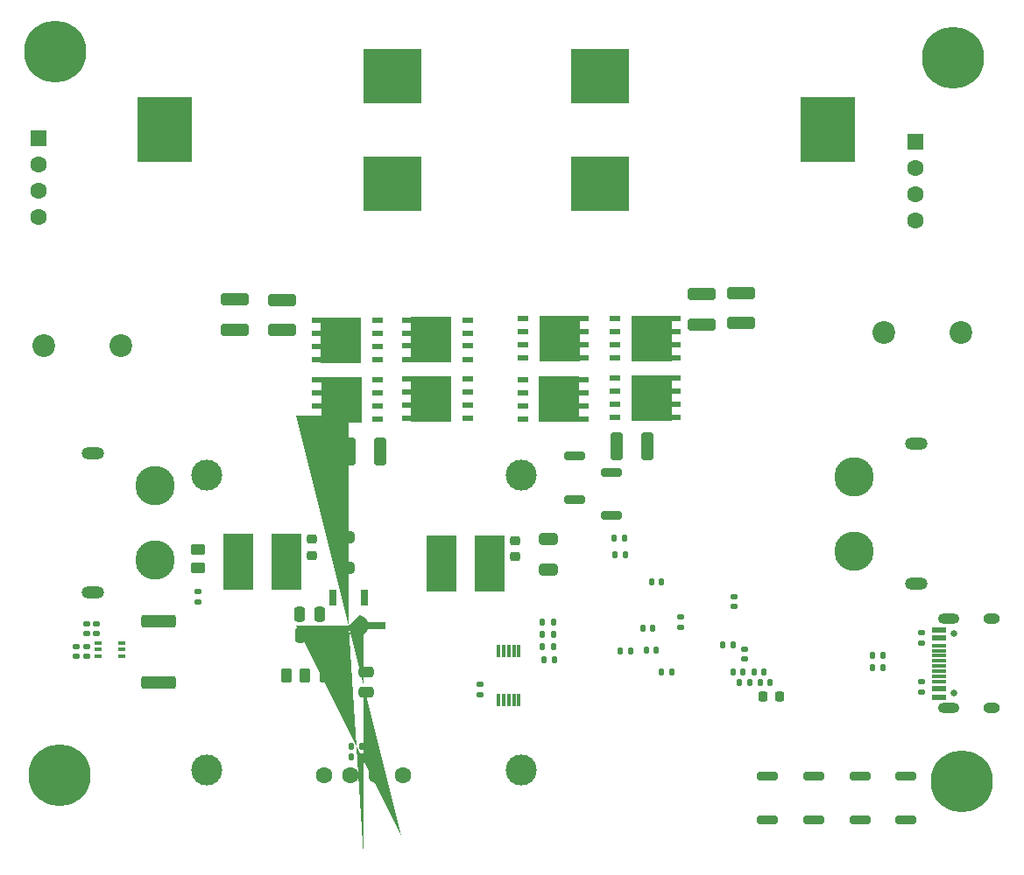
<source format=gbr>
%TF.GenerationSoftware,KiCad,Pcbnew,8.0.3*%
%TF.CreationDate,2024-07-22T22:22:07+10:00*%
%TF.ProjectId,MPPT,4d505054-2e6b-4696-9361-645f70636258,rev?*%
%TF.SameCoordinates,Original*%
%TF.FileFunction,Soldermask,Top*%
%TF.FilePolarity,Negative*%
%FSLAX46Y46*%
G04 Gerber Fmt 4.6, Leading zero omitted, Abs format (unit mm)*
G04 Created by KiCad (PCBNEW 8.0.3) date 2024-07-22 22:22:07*
%MOMM*%
%LPD*%
G01*
G04 APERTURE LIST*
G04 Aperture macros list*
%AMRoundRect*
0 Rectangle with rounded corners*
0 $1 Rounding radius*
0 $2 $3 $4 $5 $6 $7 $8 $9 X,Y pos of 4 corners*
0 Add a 4 corners polygon primitive as box body*
4,1,4,$2,$3,$4,$5,$6,$7,$8,$9,$2,$3,0*
0 Add four circle primitives for the rounded corners*
1,1,$1+$1,$2,$3*
1,1,$1+$1,$4,$5*
1,1,$1+$1,$6,$7*
1,1,$1+$1,$8,$9*
0 Add four rect primitives between the rounded corners*
20,1,$1+$1,$2,$3,$4,$5,0*
20,1,$1+$1,$4,$5,$6,$7,0*
20,1,$1+$1,$6,$7,$8,$9,0*
20,1,$1+$1,$8,$9,$2,$3,0*%
%AMFreePoly0*
4,1,149,1.029806,0.999029,1.079806,0.989029,1.082127,0.988507,1.120971,0.978796,1.169806,0.969029,1.172127,0.968507,1.252127,0.948507,1.262361,0.944721,1.297451,0.927176,1.332127,0.918507,1.342361,0.914721,1.422361,0.874721,1.430000,0.870000,1.466394,0.842704,1.502361,0.824721,1.515355,0.815355,1.542840,0.787870,1.580000,0.760000,1.585355,0.755355,1.705355,0.635355,
1.710000,0.630000,1.737870,0.592840,1.765355,0.565355,1.774721,0.552361,1.834721,0.432361,1.838507,0.422127,1.849039,0.380000,3.510000,0.380000,3.545355,0.365355,3.560000,0.330000,3.560000,-0.330000,3.545355,-0.365355,3.510000,-0.380000,1.849039,-0.380000,1.838507,-0.422127,1.834721,-0.432361,1.774721,-0.552361,1.765355,-0.565355,1.737870,-0.592840,1.710000,-0.630000,
1.705355,-0.635355,1.647870,-0.692840,1.620000,-0.730000,1.607735,-0.741603,1.578884,-0.760837,1.542840,-0.787870,1.515355,-0.815355,1.502361,-0.824721,1.466394,-0.842704,1.430000,-0.870000,1.422361,-0.874721,1.342361,-0.914721,1.332127,-0.918507,1.297451,-0.927176,1.262361,-0.944721,1.252127,-0.948507,1.172127,-0.968507,1.169806,-0.969029,1.120971,-0.978796,1.082127,-0.988507,
1.079806,-0.989029,1.029806,-0.999029,1.020000,-1.000000,-1.010000,-1.000000,-1.022127,-0.998507,-1.060971,-0.988796,-1.109806,-0.979029,-1.112127,-0.978507,-1.190971,-0.958796,-1.239806,-0.949029,-1.252361,-0.944721,-1.287451,-0.927176,-1.322127,-0.918507,-1.332361,-0.914721,-1.412361,-0.874721,-1.420000,-0.870000,-1.458884,-0.840837,-1.487735,-0.821603,-1.490000,-0.820000,-1.530000,-0.790000,
-1.535355,-0.785355,-1.559617,-0.761093,-1.592361,-0.744721,-1.610000,-0.730000,-1.637870,-0.692840,-1.695355,-0.635355,-1.700000,-0.630000,-1.730000,-0.590000,-1.731603,-0.587735,-1.751603,-0.557735,-1.754721,-0.552361,-1.772704,-0.516394,-1.800000,-0.480000,-1.804721,-0.472361,-1.844721,-0.392361,-1.848507,-0.382127,-1.857176,-0.347451,-1.874721,-0.312361,-1.879029,-0.299806,-1.888796,-0.250971,
-1.908507,-0.172127,-1.910000,-0.160000,-1.910000,-0.116155,-1.918507,-0.082127,-1.920000,-0.070000,-1.920000,0.070000,-1.918507,0.082127,-1.910000,0.116155,-1.910000,0.150000,-1.909029,0.159806,-1.899029,0.209806,-1.898507,0.212127,-1.878507,0.292127,-1.876424,0.298570,-1.857683,0.345421,-1.848507,0.382127,-1.844721,0.392361,-1.804721,0.472361,-1.800000,0.480000,-1.772704,0.516394,
-1.754721,0.552361,-1.751603,0.557735,-1.731603,0.587735,-1.730000,0.590000,-1.700000,0.630000,-1.695355,0.635355,-1.605355,0.725355,-1.600000,0.730000,-1.562840,0.757870,-1.535355,0.785355,-1.530000,0.790000,-1.490000,0.820000,-1.487735,0.821603,-1.458884,0.840837,-1.420000,0.870000,-1.412361,0.874721,-1.332361,0.914721,-1.322127,0.918507,-1.287451,0.927176,-1.252361,0.944721,
-1.239806,0.949029,-1.190971,0.958796,-1.112127,0.978507,-1.109806,0.979029,-1.060971,0.988796,-1.022127,0.998507,-1.010000,1.000000,1.020000,1.000000,1.029806,0.999029,1.029806,0.999029,$1*%
G04 Aperture macros list end*
%ADD10C,6.000000*%
%ADD11C,0.650000*%
%ADD12R,1.450000X0.600000*%
%ADD13R,1.450000X0.300000*%
%ADD14O,2.100000X1.000000*%
%ADD15O,1.600000X1.000000*%
%ADD16RoundRect,0.250000X1.100000X-0.325000X1.100000X0.325000X-1.100000X0.325000X-1.100000X-0.325000X0*%
%ADD17RoundRect,0.250000X0.325000X1.100000X-0.325000X1.100000X-0.325000X-1.100000X0.325000X-1.100000X0*%
%ADD18RoundRect,0.250000X-0.325000X-1.100000X0.325000X-1.100000X0.325000X1.100000X-0.325000X1.100000X0*%
%ADD19C,2.200000*%
%ADD20RoundRect,0.135000X-0.135000X-0.185000X0.135000X-0.185000X0.135000X0.185000X-0.135000X0.185000X0*%
%ADD21RoundRect,0.135000X0.135000X0.185000X-0.135000X0.185000X-0.135000X-0.185000X0.135000X-0.185000X0*%
%ADD22RoundRect,0.135000X-0.185000X0.135000X-0.185000X-0.135000X0.185000X-0.135000X0.185000X0.135000X0*%
%ADD23RoundRect,0.250000X-0.450000X0.262500X-0.450000X-0.262500X0.450000X-0.262500X0.450000X0.262500X0*%
%ADD24RoundRect,0.135000X0.185000X-0.135000X0.185000X0.135000X-0.185000X0.135000X-0.185000X-0.135000X0*%
%ADD25RoundRect,0.250000X0.262500X0.450000X-0.262500X0.450000X-0.262500X-0.450000X0.262500X-0.450000X0*%
%ADD26RoundRect,0.140000X0.140000X0.170000X-0.140000X0.170000X-0.140000X-0.170000X0.140000X-0.170000X0*%
%ADD27RoundRect,0.140000X-0.170000X0.140000X-0.170000X-0.140000X0.170000X-0.140000X0.170000X0.140000X0*%
%ADD28RoundRect,0.140000X0.170000X-0.140000X0.170000X0.140000X-0.170000X0.140000X-0.170000X-0.140000X0*%
%ADD29RoundRect,0.140000X-0.140000X-0.170000X0.140000X-0.170000X0.140000X0.170000X-0.140000X0.170000X0*%
%ADD30RoundRect,0.250000X0.475000X-0.250000X0.475000X0.250000X-0.475000X0.250000X-0.475000X-0.250000X0*%
%ADD31O,2.200000X1.200000*%
%ADD32C,3.800000*%
%ADD33R,3.000000X5.500000*%
%ADD34RoundRect,0.250000X-0.650000X0.325000X-0.650000X-0.325000X0.650000X-0.325000X0.650000X0.325000X0*%
%ADD35RoundRect,0.225000X-0.250000X0.225000X-0.250000X-0.225000X0.250000X-0.225000X0.250000X0.225000X0*%
%ADD36R,0.300000X1.300000*%
%ADD37R,4.000000X4.410000*%
%ADD38R,1.000000X0.600000*%
%ADD39R,0.800000X0.400000*%
%ADD40FreePoly0,90.000000*%
%ADD41R,0.670000X1.580000*%
%ADD42C,1.600000*%
%ADD43R,1.600000X1.600000*%
%ADD44RoundRect,0.200000X0.800000X-0.200000X0.800000X0.200000X-0.800000X0.200000X-0.800000X-0.200000X0*%
%ADD45RoundRect,0.200000X-0.800000X0.200000X-0.800000X-0.200000X0.800000X-0.200000X0.800000X0.200000X0*%
%ADD46RoundRect,0.250000X-1.425000X0.362500X-1.425000X-0.362500X1.425000X-0.362500X1.425000X0.362500X0*%
%ADD47C,3.000000*%
%ADD48RoundRect,0.147500X0.147500X0.172500X-0.147500X0.172500X-0.147500X-0.172500X0.147500X-0.172500X0*%
%ADD49R,5.590000X5.330000*%
%ADD50R,5.280000X6.350000*%
%ADD51RoundRect,0.250000X0.250000X0.475000X-0.250000X0.475000X-0.250000X-0.475000X0.250000X-0.475000X0*%
%ADD52RoundRect,0.225000X-0.225000X-0.250000X0.225000X-0.250000X0.225000X0.250000X-0.225000X0.250000X0*%
G04 APERTURE END LIST*
D10*
%TO.C,H4*%
X208000000Y-110200000D03*
%TD*%
%TO.C,H3*%
X120800000Y-109600000D03*
%TD*%
%TO.C,H2*%
X120400000Y-39600000D03*
%TD*%
%TO.C,H1*%
X207200000Y-40200000D03*
%TD*%
D11*
%TO.C,J1*%
X207260000Y-101690000D03*
X207260000Y-95910000D03*
D12*
X205815000Y-102050000D03*
X205815000Y-101250000D03*
D13*
X205815000Y-100050000D03*
X205815000Y-99050000D03*
X205815000Y-98550000D03*
X205815000Y-97550000D03*
D12*
X205815000Y-96350000D03*
X205815000Y-95550000D03*
X205815000Y-95550000D03*
X205815000Y-96350000D03*
D13*
X205815000Y-97050000D03*
X205815000Y-98050000D03*
X205815000Y-99550000D03*
X205815000Y-100550000D03*
D12*
X205815000Y-101250000D03*
X205815000Y-102050000D03*
D14*
X206730000Y-103120000D03*
D15*
X210910000Y-103120000D03*
D14*
X206730000Y-94480000D03*
D15*
X210910000Y-94480000D03*
%TD*%
D16*
%TO.C,C56*%
X186700000Y-65875000D03*
X186700000Y-62925000D03*
%TD*%
D17*
%TO.C,C55*%
X177575000Y-77800000D03*
X174625000Y-77800000D03*
%TD*%
D18*
%TO.C,C54*%
X148825000Y-78300000D03*
X151775000Y-78300000D03*
%TD*%
D16*
%TO.C,C53*%
X137700000Y-66500000D03*
X137700000Y-63550000D03*
%TD*%
%TO.C,C52*%
X142300000Y-66550000D03*
X142300000Y-63600000D03*
%TD*%
%TO.C,C51*%
X182900000Y-66000000D03*
X182900000Y-63050000D03*
%TD*%
D19*
%TO.C,C50*%
X200450000Y-66800000D03*
X207950000Y-66800000D03*
%TD*%
%TO.C,C47*%
X119250000Y-68000000D03*
X126750000Y-68000000D03*
%TD*%
D20*
%TO.C,R37*%
X148980000Y-106800000D03*
X150000000Y-106800000D03*
%TD*%
D21*
%TO.C,R36*%
X148980000Y-107800000D03*
X150000000Y-107800000D03*
%TD*%
D22*
%TO.C,R27*%
X134195000Y-91830120D03*
X134195000Y-92850120D03*
%TD*%
D23*
%TO.C,R26*%
X134195000Y-87737620D03*
X134195000Y-89562620D03*
%TD*%
D20*
%TO.C,R23*%
X167490000Y-94800000D03*
X168510000Y-94800000D03*
%TD*%
%TO.C,R22*%
X167580000Y-98400000D03*
X168600000Y-98400000D03*
%TD*%
%TO.C,R21*%
X167490000Y-96000000D03*
X168510000Y-96000000D03*
%TD*%
%TO.C,R20*%
X167490000Y-97200000D03*
X168510000Y-97200000D03*
%TD*%
D24*
%TO.C,R19*%
X161400000Y-101820000D03*
X161400000Y-100800000D03*
%TD*%
D21*
%TO.C,R16*%
X200400000Y-98000000D03*
X199380000Y-98000000D03*
%TD*%
%TO.C,R15*%
X200400000Y-99200000D03*
X199380000Y-99200000D03*
%TD*%
D24*
%TO.C,R14*%
X204075000Y-96790000D03*
X204075000Y-95770000D03*
%TD*%
D22*
%TO.C,R13*%
X204075000Y-100570000D03*
X204075000Y-101590000D03*
%TD*%
D25*
%TO.C,R5*%
X144512500Y-100000000D03*
X142687500Y-100000000D03*
%TD*%
%TO.C,R4*%
X148312500Y-100000000D03*
X146487500Y-100000000D03*
%TD*%
D26*
%TO.C,C43*%
X175960000Y-97600000D03*
X175000000Y-97600000D03*
%TD*%
%TO.C,C42*%
X179960000Y-99600000D03*
X179000000Y-99600000D03*
%TD*%
%TO.C,C41*%
X177200000Y-95400000D03*
X178160000Y-95400000D03*
%TD*%
%TO.C,C40*%
X177520000Y-97500000D03*
X178480000Y-97500000D03*
%TD*%
D27*
%TO.C,C39*%
X187000000Y-97400000D03*
X187000000Y-98360000D03*
%TD*%
D26*
%TO.C,C38*%
X185880000Y-97000000D03*
X184920000Y-97000000D03*
%TD*%
D28*
%TO.C,C37*%
X186000000Y-93280000D03*
X186000000Y-92320000D03*
%TD*%
%TO.C,C35*%
X180800000Y-95280000D03*
X180800000Y-94320000D03*
%TD*%
D29*
%TO.C,C31*%
X188520000Y-100600000D03*
X189480000Y-100600000D03*
%TD*%
D30*
%TO.C,C7*%
X150400000Y-101550000D03*
X150400000Y-99650000D03*
%TD*%
D31*
%TO.C,CN2*%
X203600000Y-77550120D03*
X203600000Y-91050120D03*
D32*
X197600000Y-87900120D03*
X197600000Y-80700120D03*
%TD*%
D33*
%TO.C,L2*%
X157715000Y-89100000D03*
X162375000Y-89100000D03*
%TD*%
D34*
%TO.C,C6*%
X168045000Y-86725000D03*
X168045000Y-89675000D03*
%TD*%
D35*
%TO.C,C5*%
X164795000Y-86900000D03*
X164795000Y-88450000D03*
%TD*%
D36*
%TO.C,U20*%
X163200000Y-102300000D03*
X163700000Y-102300000D03*
X164200000Y-102300000D03*
X164700000Y-102300000D03*
X165200000Y-102300000D03*
X165200000Y-97600000D03*
X164700000Y-97600000D03*
X164200000Y-97600000D03*
X163700000Y-97600000D03*
X163200000Y-97600000D03*
%TD*%
D37*
%TO.C,U17*%
X178010000Y-73112500D03*
D38*
X180320000Y-71202500D03*
X180320000Y-72482500D03*
X180320000Y-73742500D03*
X180320000Y-75012500D03*
X174480000Y-75012500D03*
X174480000Y-73742500D03*
X174480000Y-72482500D03*
X174480000Y-71202500D03*
%TD*%
D37*
%TO.C,U16*%
X156700000Y-73187500D03*
D38*
X154390000Y-75097500D03*
X154390000Y-73817500D03*
X154390000Y-72557500D03*
X154390000Y-71287500D03*
X160230000Y-71287500D03*
X160230000Y-72557500D03*
X160230000Y-73817500D03*
X160230000Y-75097500D03*
%TD*%
%TO.C,U15*%
X151550000Y-75167500D03*
X151550000Y-73887500D03*
X151550000Y-72627500D03*
X151550000Y-71357500D03*
X145710000Y-71357500D03*
X145710000Y-72627500D03*
X145710000Y-73887500D03*
X145710000Y-75167500D03*
D37*
X148020000Y-73257500D03*
%TD*%
D38*
%TO.C,U12*%
X165590000Y-65440000D03*
X165590000Y-66720000D03*
X165590000Y-67980000D03*
X165590000Y-69250000D03*
X171430000Y-69250000D03*
X171430000Y-67980000D03*
X171430000Y-66720000D03*
X171430000Y-65440000D03*
D37*
X169120000Y-67350000D03*
%TD*%
%TO.C,U11*%
X178000000Y-67350000D03*
D38*
X180310000Y-65440000D03*
X180310000Y-66720000D03*
X180310000Y-67980000D03*
X180310000Y-69250000D03*
X174470000Y-69250000D03*
X174470000Y-67980000D03*
X174470000Y-66720000D03*
X174470000Y-65440000D03*
%TD*%
D37*
%TO.C,U10*%
X156710000Y-67450000D03*
D38*
X154400000Y-69360000D03*
X154400000Y-68080000D03*
X154400000Y-66820000D03*
X154400000Y-65550000D03*
X160240000Y-65550000D03*
X160240000Y-66820000D03*
X160240000Y-68080000D03*
X160240000Y-69360000D03*
%TD*%
%TO.C,U9*%
X151545000Y-69412500D03*
X151545000Y-68132500D03*
X151545000Y-66872500D03*
X151545000Y-65602500D03*
X145705000Y-65602500D03*
X145705000Y-66872500D03*
X145705000Y-68132500D03*
X145705000Y-69412500D03*
D37*
X148015000Y-67502500D03*
%TD*%
D39*
%TO.C,U8*%
X124495000Y-97450120D03*
X126795000Y-97450120D03*
X126795000Y-96800120D03*
X126795000Y-98100120D03*
X124495000Y-98100120D03*
X124495000Y-96800120D03*
%TD*%
D40*
%TO.C,U6*%
X148722500Y-95147500D03*
D41*
X147222500Y-92427500D03*
X150222500Y-92427500D03*
%TD*%
D42*
%TO.C,U3*%
X203515000Y-55912500D03*
X203515000Y-53372500D03*
X203515000Y-50832500D03*
D43*
X203515000Y-48292500D03*
%TD*%
%TO.C,U2*%
X118800000Y-47980000D03*
D42*
X118800000Y-50520000D03*
X118800000Y-53060000D03*
X118800000Y-55600000D03*
%TD*%
D44*
%TO.C,SW6*%
X202600000Y-109700000D03*
X202600000Y-113900000D03*
%TD*%
%TO.C,SW5*%
X198150000Y-109700000D03*
X198150000Y-113900000D03*
%TD*%
%TO.C,SW4*%
X193700000Y-109700000D03*
X193700000Y-113900000D03*
%TD*%
%TO.C,SW3*%
X189250000Y-109700000D03*
X189250000Y-113900000D03*
%TD*%
D45*
%TO.C,SW2*%
X170600000Y-78700000D03*
X170600000Y-82900000D03*
%TD*%
%TO.C,SW1*%
X174100000Y-80300000D03*
X174100000Y-84500000D03*
%TD*%
D46*
%TO.C,R28*%
X130395000Y-94700120D03*
X130395000Y-100625120D03*
%TD*%
D21*
%TO.C,R12*%
X175510000Y-88300000D03*
X174490000Y-88300000D03*
%TD*%
D42*
%TO.C,OLED1*%
X154000000Y-109600000D03*
X151460000Y-109600000D03*
X148920000Y-109600000D03*
X146380000Y-109600000D03*
D47*
X165390000Y-109100000D03*
X134990000Y-109100000D03*
X165390000Y-80600000D03*
X134990000Y-80600000D03*
%TD*%
D48*
%TO.C,L5*%
X187485000Y-100600000D03*
X186515000Y-100600000D03*
%TD*%
D49*
%TO.C,L4*%
X173000000Y-52370000D03*
D50*
X195080000Y-47150000D03*
D49*
X173000000Y-41930000D03*
%TD*%
D33*
%TO.C,L3*%
X138082500Y-88987500D03*
X142742500Y-88987500D03*
%TD*%
D49*
%TO.C,L1*%
X153000000Y-41930000D03*
D50*
X130920000Y-47150000D03*
D49*
X153000000Y-52370000D03*
%TD*%
D32*
%TO.C,CN1*%
X130000000Y-81600000D03*
X130000000Y-88800000D03*
D31*
X124000000Y-78450000D03*
X124000000Y-91950000D03*
%TD*%
D28*
%TO.C,C46*%
X122395000Y-98110120D03*
X122395000Y-97150120D03*
%TD*%
%TO.C,C45*%
X123395000Y-98110120D03*
X123395000Y-97150120D03*
%TD*%
D51*
%TO.C,C44*%
X144072500Y-96027500D03*
X145972500Y-96027500D03*
%TD*%
D20*
%TO.C,C36*%
X174380000Y-86700000D03*
X175400000Y-86700000D03*
%TD*%
D52*
%TO.C,C34*%
X188825000Y-102000000D03*
X190375000Y-102000000D03*
%TD*%
D29*
%TO.C,C30*%
X187920000Y-99600000D03*
X188880000Y-99600000D03*
%TD*%
%TO.C,C29*%
X185920000Y-99600000D03*
X186880000Y-99600000D03*
%TD*%
D34*
%TO.C,C23*%
X148412500Y-86612500D03*
X148412500Y-89562500D03*
%TD*%
D35*
%TO.C,C22*%
X145162500Y-86787500D03*
X145162500Y-88337500D03*
%TD*%
D28*
%TO.C,C11*%
X123395000Y-95910120D03*
X123395000Y-94950120D03*
%TD*%
%TO.C,C10*%
X124395000Y-95930120D03*
X124395000Y-94970120D03*
%TD*%
D51*
%TO.C,C4*%
X144022500Y-94027500D03*
X145922500Y-94027500D03*
%TD*%
D37*
%TO.C,U18*%
X169090000Y-73230000D03*
D38*
X171400000Y-71320000D03*
X171400000Y-72600000D03*
X171400000Y-73860000D03*
X171400000Y-75130000D03*
X165560000Y-75130000D03*
X165560000Y-73860000D03*
X165560000Y-72600000D03*
X165560000Y-71320000D03*
%TD*%
D26*
%TO.C,C28*%
X179000000Y-90900000D03*
X178040000Y-90900000D03*
%TD*%
M02*

</source>
